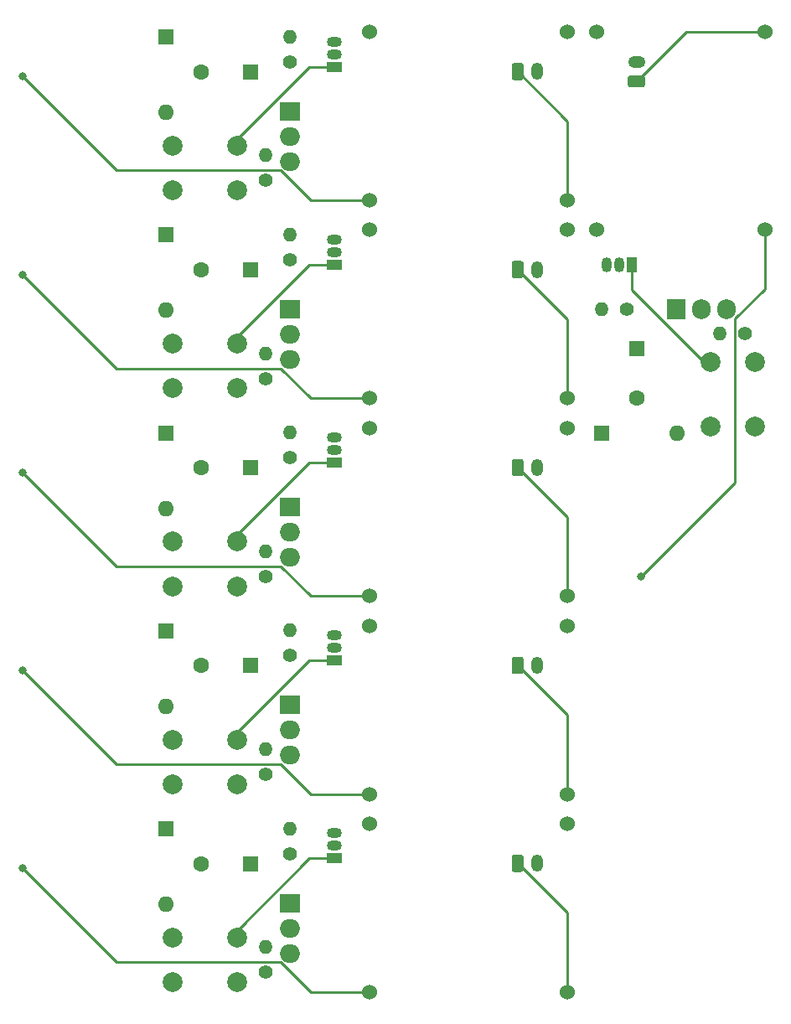
<source format=gbr>
%TF.GenerationSoftware,KiCad,Pcbnew,(5.1.9)-1*%
%TF.CreationDate,2021-03-22T15:53:48+01:00*%
%TF.ProjectId,DOORSENSOR_Enhanced_Multi,444f4f52-5345-44e5-934f-525f456e6861,rev?*%
%TF.SameCoordinates,Original*%
%TF.FileFunction,Copper,L2,Bot*%
%TF.FilePolarity,Positive*%
%FSLAX46Y46*%
G04 Gerber Fmt 4.6, Leading zero omitted, Abs format (unit mm)*
G04 Created by KiCad (PCBNEW (5.1.9)-1) date 2021-03-22 15:53:48*
%MOMM*%
%LPD*%
G01*
G04 APERTURE LIST*
%TA.AperFunction,ComponentPad*%
%ADD10R,1.050000X1.500000*%
%TD*%
%TA.AperFunction,ComponentPad*%
%ADD11O,1.050000X1.500000*%
%TD*%
%TA.AperFunction,ComponentPad*%
%ADD12O,1.750000X1.200000*%
%TD*%
%TA.AperFunction,ComponentPad*%
%ADD13C,1.524000*%
%TD*%
%TA.AperFunction,ComponentPad*%
%ADD14O,1.905000X2.000000*%
%TD*%
%TA.AperFunction,ComponentPad*%
%ADD15R,1.905000X2.000000*%
%TD*%
%TA.AperFunction,ComponentPad*%
%ADD16C,1.400000*%
%TD*%
%TA.AperFunction,ComponentPad*%
%ADD17O,1.400000X1.400000*%
%TD*%
%TA.AperFunction,ComponentPad*%
%ADD18R,1.600000X1.600000*%
%TD*%
%TA.AperFunction,ComponentPad*%
%ADD19C,1.600000*%
%TD*%
%TA.AperFunction,ComponentPad*%
%ADD20O,1.600000X1.600000*%
%TD*%
%TA.AperFunction,ComponentPad*%
%ADD21C,2.000000*%
%TD*%
%TA.AperFunction,ComponentPad*%
%ADD22O,1.200000X1.750000*%
%TD*%
%TA.AperFunction,ComponentPad*%
%ADD23O,2.000000X1.905000*%
%TD*%
%TA.AperFunction,ComponentPad*%
%ADD24R,2.000000X1.905000*%
%TD*%
%TA.AperFunction,ComponentPad*%
%ADD25O,1.500000X1.050000*%
%TD*%
%TA.AperFunction,ComponentPad*%
%ADD26R,1.500000X1.050000*%
%TD*%
%TA.AperFunction,ViaPad*%
%ADD27C,0.800000*%
%TD*%
%TA.AperFunction,Conductor*%
%ADD28C,0.250000*%
%TD*%
G04 APERTURE END LIST*
D10*
%TO.P,Q1,1*%
%TO.N,GND*%
X111500000Y-68000000D03*
D11*
%TO.P,Q1,3*%
%TO.N,Net-(Q1-Pad3)*%
X108960000Y-68000000D03*
%TO.P,Q1,2*%
%TO.N,Net-(Q1-Pad2)*%
X110230000Y-68000000D03*
%TD*%
%TO.P,J1,1*%
%TO.N,GND*%
%TA.AperFunction,ComponentPad*%
G36*
G01*
X112625001Y-50100000D02*
X111374999Y-50100000D01*
G75*
G02*
X111125000Y-49850001I0J249999D01*
G01*
X111125000Y-49149999D01*
G75*
G02*
X111374999Y-48900000I249999J0D01*
G01*
X112625001Y-48900000D01*
G75*
G02*
X112875000Y-49149999I0J-249999D01*
G01*
X112875000Y-49850001D01*
G75*
G02*
X112625001Y-50100000I-249999J0D01*
G01*
G37*
%TD.AperFunction*%
D12*
%TO.P,J1,2*%
%TO.N,+3V3*%
X112000000Y-47500000D03*
%TD*%
D13*
%TO.P,SW3,2*%
%TO.N,GND*%
X125000000Y-44500000D03*
%TO.P,SW3,1*%
%TO.N,Net-(SW3-Pad1)*%
X125000000Y-64500000D03*
%TD*%
D14*
%TO.P,Q2,3*%
%TO.N,+3V3*%
X121080000Y-72500000D03*
%TO.P,Q2,2*%
%TO.N,Net-(Q2-Pad2)*%
X118540000Y-72500000D03*
D15*
%TO.P,Q2,1*%
%TO.N,Net-(Q1-Pad3)*%
X116000000Y-72500000D03*
%TD*%
D16*
%TO.P,R1,1*%
%TO.N,Net-(Q1-Pad2)*%
X111000000Y-72500000D03*
D17*
%TO.P,R1,2*%
%TO.N,Net-(C1-Pad1)*%
X108460000Y-72500000D03*
%TD*%
D18*
%TO.P,C1,1*%
%TO.N,Net-(C1-Pad1)*%
X112015001Y-76500000D03*
D19*
%TO.P,C1,2*%
%TO.N,GND*%
X112015001Y-81500000D03*
%TD*%
D18*
%TO.P,D1,1*%
%TO.N,Net-(C1-Pad1)*%
X108500000Y-85000000D03*
D20*
%TO.P,D1,2*%
%TO.N,Net-(D1-Pad2)*%
X116120000Y-85000000D03*
%TD*%
D21*
%TO.P,SW2,2*%
%TO.N,GND*%
X119500000Y-77824999D03*
%TO.P,SW2,1*%
%TO.N,Net-(SW2-Pad1)*%
X124000000Y-77824999D03*
%TO.P,SW2,2*%
%TO.N,GND*%
X119500000Y-84324999D03*
%TO.P,SW2,1*%
%TO.N,Net-(SW2-Pad1)*%
X124000000Y-84324999D03*
%TD*%
D17*
%TO.P,R2,2*%
%TO.N,Net-(Q1-Pad3)*%
X120460000Y-75000000D03*
D16*
%TO.P,R2,1*%
%TO.N,+3V3*%
X123000000Y-75000000D03*
%TD*%
D21*
%TO.P,SW2,1*%
%TO.N,Net-(SW2-Pad1)*%
X124000000Y-84324999D03*
%TO.P,SW2,2*%
%TO.N,GND*%
X119500000Y-84324999D03*
%TO.P,SW2,1*%
%TO.N,Net-(SW2-Pad1)*%
X124000000Y-77824999D03*
%TO.P,SW2,2*%
%TO.N,GND*%
X119500000Y-77824999D03*
%TD*%
D13*
%TO.P,SW1,2*%
%TO.N,Net-(C1-Pad1)*%
X108000000Y-64500000D03*
%TO.P,SW1,1*%
%TO.N,+3V3*%
X108000000Y-44500000D03*
%TD*%
D16*
%TO.P,R2,1*%
%TO.N,+3V3*%
X123000000Y-75000000D03*
D17*
%TO.P,R2,2*%
%TO.N,Net-(Q1-Pad3)*%
X120460000Y-75000000D03*
%TD*%
D19*
%TO.P,C1,2*%
%TO.N,GND*%
X112015001Y-81500000D03*
D18*
%TO.P,C1,1*%
%TO.N,Net-(C1-Pad1)*%
X112015001Y-76500000D03*
%TD*%
D15*
%TO.P,Q2,1*%
%TO.N,Net-(Q1-Pad3)*%
X116000000Y-72500000D03*
D14*
%TO.P,Q2,2*%
%TO.N,Net-(Q2-Pad2)*%
X118540000Y-72500000D03*
%TO.P,Q2,3*%
%TO.N,+3V3*%
X121080000Y-72500000D03*
%TD*%
D12*
%TO.P,J1,2*%
%TO.N,+3V3*%
X112000000Y-47500000D03*
%TO.P,J1,1*%
%TO.N,GND*%
%TA.AperFunction,ComponentPad*%
G36*
G01*
X112625001Y-50100000D02*
X111374999Y-50100000D01*
G75*
G02*
X111125000Y-49850001I0J249999D01*
G01*
X111125000Y-49149999D01*
G75*
G02*
X111374999Y-48900000I249999J0D01*
G01*
X112625001Y-48900000D01*
G75*
G02*
X112875000Y-49149999I0J-249999D01*
G01*
X112875000Y-49850001D01*
G75*
G02*
X112625001Y-50100000I-249999J0D01*
G01*
G37*
%TD.AperFunction*%
%TD*%
D17*
%TO.P,R1,2*%
%TO.N,Net-(C1-Pad1)*%
X108460000Y-72500000D03*
D16*
%TO.P,R1,1*%
%TO.N,Net-(Q1-Pad2)*%
X111000000Y-72500000D03*
%TD*%
D20*
%TO.P,D1,2*%
%TO.N,Net-(D1-Pad2)*%
X116120000Y-85000000D03*
D18*
%TO.P,D1,1*%
%TO.N,Net-(C1-Pad1)*%
X108500000Y-85000000D03*
%TD*%
D11*
%TO.P,Q1,2*%
%TO.N,Net-(Q1-Pad2)*%
X110230000Y-68000000D03*
%TO.P,Q1,3*%
%TO.N,Net-(Q1-Pad3)*%
X108960000Y-68000000D03*
D10*
%TO.P,Q1,1*%
%TO.N,GND*%
X111500000Y-68000000D03*
%TD*%
D13*
%TO.P,SW3,1*%
%TO.N,Net-(SW3-Pad1)*%
X125000000Y-64500000D03*
%TO.P,SW3,2*%
%TO.N,GND*%
X125000000Y-44500000D03*
%TD*%
D22*
%TO.P,J1,2*%
%TO.N,+3V3*%
X102000000Y-128500000D03*
%TO.P,J1,1*%
%TO.N,GND*%
%TA.AperFunction,ComponentPad*%
G36*
G01*
X99400000Y-129125001D02*
X99400000Y-127874999D01*
G75*
G02*
X99649999Y-127625000I249999J0D01*
G01*
X100350001Y-127625000D01*
G75*
G02*
X100600000Y-127874999I0J-249999D01*
G01*
X100600000Y-129125001D01*
G75*
G02*
X100350001Y-129375000I-249999J0D01*
G01*
X99649999Y-129375000D01*
G75*
G02*
X99400000Y-129125001I0J249999D01*
G01*
G37*
%TD.AperFunction*%
%TD*%
D21*
%TO.P,SW2,2*%
%TO.N,GND*%
X71675001Y-136000000D03*
%TO.P,SW2,1*%
%TO.N,Net-(SW2-Pad1)*%
X71675001Y-140500000D03*
%TO.P,SW2,2*%
%TO.N,GND*%
X65175001Y-136000000D03*
%TO.P,SW2,1*%
%TO.N,Net-(SW2-Pad1)*%
X65175001Y-140500000D03*
%TD*%
D23*
%TO.P,Q2,3*%
%TO.N,+3V3*%
X77000000Y-137580000D03*
%TO.P,Q2,2*%
%TO.N,Net-(Q2-Pad2)*%
X77000000Y-135040000D03*
D24*
%TO.P,Q2,1*%
%TO.N,Net-(Q1-Pad3)*%
X77000000Y-132500000D03*
%TD*%
D13*
%TO.P,SW1,1*%
%TO.N,+3V3*%
X105000000Y-124500000D03*
%TO.P,SW1,2*%
%TO.N,Net-(C1-Pad1)*%
X85000000Y-124500000D03*
%TD*%
D25*
%TO.P,Q1,2*%
%TO.N,Net-(Q1-Pad2)*%
X81500000Y-126730000D03*
%TO.P,Q1,3*%
%TO.N,Net-(Q1-Pad3)*%
X81500000Y-125460000D03*
D26*
%TO.P,Q1,1*%
%TO.N,GND*%
X81500000Y-128000000D03*
%TD*%
D17*
%TO.P,R2,2*%
%TO.N,Net-(Q1-Pad3)*%
X74500000Y-136960000D03*
D16*
%TO.P,R2,1*%
%TO.N,+3V3*%
X74500000Y-139500000D03*
%TD*%
%TO.P,R2,1*%
%TO.N,+3V3*%
X74500000Y-139500000D03*
D17*
%TO.P,R2,2*%
%TO.N,Net-(Q1-Pad3)*%
X74500000Y-136960000D03*
%TD*%
D19*
%TO.P,C1,2*%
%TO.N,GND*%
X68000000Y-128515001D03*
D18*
%TO.P,C1,1*%
%TO.N,Net-(C1-Pad1)*%
X73000000Y-128515001D03*
%TD*%
D21*
%TO.P,SW2,1*%
%TO.N,Net-(SW2-Pad1)*%
X65175001Y-140500000D03*
%TO.P,SW2,2*%
%TO.N,GND*%
X65175001Y-136000000D03*
%TO.P,SW2,1*%
%TO.N,Net-(SW2-Pad1)*%
X71675001Y-140500000D03*
%TO.P,SW2,2*%
%TO.N,GND*%
X71675001Y-136000000D03*
%TD*%
D13*
%TO.P,SW3,1*%
%TO.N,Net-(SW3-Pad1)*%
X85000000Y-141500000D03*
%TO.P,SW3,2*%
%TO.N,GND*%
X105000000Y-141500000D03*
%TD*%
D18*
%TO.P,C1,1*%
%TO.N,Net-(C1-Pad1)*%
X73000000Y-128515001D03*
D19*
%TO.P,C1,2*%
%TO.N,GND*%
X68000000Y-128515001D03*
%TD*%
D26*
%TO.P,Q1,1*%
%TO.N,GND*%
X81500000Y-128000000D03*
D25*
%TO.P,Q1,3*%
%TO.N,Net-(Q1-Pad3)*%
X81500000Y-125460000D03*
%TO.P,Q1,2*%
%TO.N,Net-(Q1-Pad2)*%
X81500000Y-126730000D03*
%TD*%
D24*
%TO.P,Q2,1*%
%TO.N,Net-(Q1-Pad3)*%
X77000000Y-132500000D03*
D23*
%TO.P,Q2,2*%
%TO.N,Net-(Q2-Pad2)*%
X77000000Y-135040000D03*
%TO.P,Q2,3*%
%TO.N,+3V3*%
X77000000Y-137580000D03*
%TD*%
D20*
%TO.P,D1,2*%
%TO.N,Net-(D1-Pad2)*%
X64500000Y-132620000D03*
D18*
%TO.P,D1,1*%
%TO.N,Net-(C1-Pad1)*%
X64500000Y-125000000D03*
%TD*%
D17*
%TO.P,R1,2*%
%TO.N,Net-(C1-Pad1)*%
X77000000Y-124960000D03*
D16*
%TO.P,R1,1*%
%TO.N,Net-(Q1-Pad2)*%
X77000000Y-127500000D03*
%TD*%
D18*
%TO.P,D1,1*%
%TO.N,Net-(C1-Pad1)*%
X64500000Y-125000000D03*
D20*
%TO.P,D1,2*%
%TO.N,Net-(D1-Pad2)*%
X64500000Y-132620000D03*
%TD*%
D16*
%TO.P,R1,1*%
%TO.N,Net-(Q1-Pad2)*%
X77000000Y-127500000D03*
D17*
%TO.P,R1,2*%
%TO.N,Net-(C1-Pad1)*%
X77000000Y-124960000D03*
%TD*%
D13*
%TO.P,SW3,2*%
%TO.N,GND*%
X105000000Y-141500000D03*
%TO.P,SW3,1*%
%TO.N,Net-(SW3-Pad1)*%
X85000000Y-141500000D03*
%TD*%
%TO.P,J1,1*%
%TO.N,GND*%
%TA.AperFunction,ComponentPad*%
G36*
G01*
X99400000Y-129125001D02*
X99400000Y-127874999D01*
G75*
G02*
X99649999Y-127625000I249999J0D01*
G01*
X100350001Y-127625000D01*
G75*
G02*
X100600000Y-127874999I0J-249999D01*
G01*
X100600000Y-129125001D01*
G75*
G02*
X100350001Y-129375000I-249999J0D01*
G01*
X99649999Y-129375000D01*
G75*
G02*
X99400000Y-129125001I0J249999D01*
G01*
G37*
%TD.AperFunction*%
D22*
%TO.P,J1,2*%
%TO.N,+3V3*%
X102000000Y-128500000D03*
%TD*%
D16*
%TO.P,R2,1*%
%TO.N,+3V3*%
X74500000Y-119500000D03*
D17*
%TO.P,R2,2*%
%TO.N,Net-(Q1-Pad3)*%
X74500000Y-116960000D03*
%TD*%
D19*
%TO.P,C1,2*%
%TO.N,GND*%
X68000000Y-108515001D03*
D18*
%TO.P,C1,1*%
%TO.N,Net-(C1-Pad1)*%
X73000000Y-108515001D03*
%TD*%
%TO.P,C1,1*%
%TO.N,Net-(C1-Pad1)*%
X73000000Y-108515001D03*
D19*
%TO.P,C1,2*%
%TO.N,GND*%
X68000000Y-108515001D03*
%TD*%
D17*
%TO.P,R2,2*%
%TO.N,Net-(Q1-Pad3)*%
X74500000Y-116960000D03*
D16*
%TO.P,R2,1*%
%TO.N,+3V3*%
X74500000Y-119500000D03*
%TD*%
D21*
%TO.P,SW2,1*%
%TO.N,Net-(SW2-Pad1)*%
X65175001Y-120500000D03*
%TO.P,SW2,2*%
%TO.N,GND*%
X65175001Y-116000000D03*
%TO.P,SW2,1*%
%TO.N,Net-(SW2-Pad1)*%
X71675001Y-120500000D03*
%TO.P,SW2,2*%
%TO.N,GND*%
X71675001Y-116000000D03*
%TD*%
D24*
%TO.P,Q2,1*%
%TO.N,Net-(Q1-Pad3)*%
X77000000Y-112500000D03*
D23*
%TO.P,Q2,2*%
%TO.N,Net-(Q2-Pad2)*%
X77000000Y-115040000D03*
%TO.P,Q2,3*%
%TO.N,+3V3*%
X77000000Y-117580000D03*
%TD*%
D21*
%TO.P,SW2,2*%
%TO.N,GND*%
X71675001Y-116000000D03*
%TO.P,SW2,1*%
%TO.N,Net-(SW2-Pad1)*%
X71675001Y-120500000D03*
%TO.P,SW2,2*%
%TO.N,GND*%
X65175001Y-116000000D03*
%TO.P,SW2,1*%
%TO.N,Net-(SW2-Pad1)*%
X65175001Y-120500000D03*
%TD*%
D13*
%TO.P,SW1,2*%
%TO.N,Net-(C1-Pad1)*%
X85000000Y-104500000D03*
%TO.P,SW1,1*%
%TO.N,+3V3*%
X105000000Y-104500000D03*
%TD*%
%TO.P,SW3,2*%
%TO.N,GND*%
X105000000Y-121500000D03*
%TO.P,SW3,1*%
%TO.N,Net-(SW3-Pad1)*%
X85000000Y-121500000D03*
%TD*%
%TO.P,J1,1*%
%TO.N,GND*%
%TA.AperFunction,ComponentPad*%
G36*
G01*
X99400000Y-109125001D02*
X99400000Y-107874999D01*
G75*
G02*
X99649999Y-107625000I249999J0D01*
G01*
X100350001Y-107625000D01*
G75*
G02*
X100600000Y-107874999I0J-249999D01*
G01*
X100600000Y-109125001D01*
G75*
G02*
X100350001Y-109375000I-249999J0D01*
G01*
X99649999Y-109375000D01*
G75*
G02*
X99400000Y-109125001I0J249999D01*
G01*
G37*
%TD.AperFunction*%
D22*
%TO.P,J1,2*%
%TO.N,+3V3*%
X102000000Y-108500000D03*
%TD*%
D26*
%TO.P,Q1,1*%
%TO.N,GND*%
X81500000Y-108000000D03*
D25*
%TO.P,Q1,3*%
%TO.N,Net-(Q1-Pad3)*%
X81500000Y-105460000D03*
%TO.P,Q1,2*%
%TO.N,Net-(Q1-Pad2)*%
X81500000Y-106730000D03*
%TD*%
D20*
%TO.P,D1,2*%
%TO.N,Net-(D1-Pad2)*%
X64500000Y-112620000D03*
D18*
%TO.P,D1,1*%
%TO.N,Net-(C1-Pad1)*%
X64500000Y-105000000D03*
%TD*%
D25*
%TO.P,Q1,2*%
%TO.N,Net-(Q1-Pad2)*%
X81500000Y-106730000D03*
%TO.P,Q1,3*%
%TO.N,Net-(Q1-Pad3)*%
X81500000Y-105460000D03*
D26*
%TO.P,Q1,1*%
%TO.N,GND*%
X81500000Y-108000000D03*
%TD*%
D13*
%TO.P,SW3,1*%
%TO.N,Net-(SW3-Pad1)*%
X85000000Y-121500000D03*
%TO.P,SW3,2*%
%TO.N,GND*%
X105000000Y-121500000D03*
%TD*%
D17*
%TO.P,R1,2*%
%TO.N,Net-(C1-Pad1)*%
X77000000Y-104960000D03*
D16*
%TO.P,R1,1*%
%TO.N,Net-(Q1-Pad2)*%
X77000000Y-107500000D03*
%TD*%
D22*
%TO.P,J1,2*%
%TO.N,+3V3*%
X102000000Y-108500000D03*
%TO.P,J1,1*%
%TO.N,GND*%
%TA.AperFunction,ComponentPad*%
G36*
G01*
X99400000Y-109125001D02*
X99400000Y-107874999D01*
G75*
G02*
X99649999Y-107625000I249999J0D01*
G01*
X100350001Y-107625000D01*
G75*
G02*
X100600000Y-107874999I0J-249999D01*
G01*
X100600000Y-109125001D01*
G75*
G02*
X100350001Y-109375000I-249999J0D01*
G01*
X99649999Y-109375000D01*
G75*
G02*
X99400000Y-109125001I0J249999D01*
G01*
G37*
%TD.AperFunction*%
%TD*%
D23*
%TO.P,Q2,3*%
%TO.N,+3V3*%
X77000000Y-117580000D03*
%TO.P,Q2,2*%
%TO.N,Net-(Q2-Pad2)*%
X77000000Y-115040000D03*
D24*
%TO.P,Q2,1*%
%TO.N,Net-(Q1-Pad3)*%
X77000000Y-112500000D03*
%TD*%
D16*
%TO.P,R1,1*%
%TO.N,Net-(Q1-Pad2)*%
X77000000Y-107500000D03*
D17*
%TO.P,R1,2*%
%TO.N,Net-(C1-Pad1)*%
X77000000Y-104960000D03*
%TD*%
D18*
%TO.P,D1,1*%
%TO.N,Net-(C1-Pad1)*%
X64500000Y-105000000D03*
D20*
%TO.P,D1,2*%
%TO.N,Net-(D1-Pad2)*%
X64500000Y-112620000D03*
%TD*%
D25*
%TO.P,Q1,2*%
%TO.N,Net-(Q1-Pad2)*%
X81500000Y-86730000D03*
%TO.P,Q1,3*%
%TO.N,Net-(Q1-Pad3)*%
X81500000Y-85460000D03*
D26*
%TO.P,Q1,1*%
%TO.N,GND*%
X81500000Y-88000000D03*
%TD*%
D18*
%TO.P,D1,1*%
%TO.N,Net-(C1-Pad1)*%
X64500000Y-85000000D03*
D20*
%TO.P,D1,2*%
%TO.N,Net-(D1-Pad2)*%
X64500000Y-92620000D03*
%TD*%
D26*
%TO.P,Q1,1*%
%TO.N,GND*%
X81500000Y-88000000D03*
D25*
%TO.P,Q1,3*%
%TO.N,Net-(Q1-Pad3)*%
X81500000Y-85460000D03*
%TO.P,Q1,2*%
%TO.N,Net-(Q1-Pad2)*%
X81500000Y-86730000D03*
%TD*%
D13*
%TO.P,SW3,2*%
%TO.N,GND*%
X105000000Y-101500000D03*
%TO.P,SW3,1*%
%TO.N,Net-(SW3-Pad1)*%
X85000000Y-101500000D03*
%TD*%
D22*
%TO.P,J1,2*%
%TO.N,+3V3*%
X102000000Y-88500000D03*
%TO.P,J1,1*%
%TO.N,GND*%
%TA.AperFunction,ComponentPad*%
G36*
G01*
X99400000Y-89125001D02*
X99400000Y-87874999D01*
G75*
G02*
X99649999Y-87625000I249999J0D01*
G01*
X100350001Y-87625000D01*
G75*
G02*
X100600000Y-87874999I0J-249999D01*
G01*
X100600000Y-89125001D01*
G75*
G02*
X100350001Y-89375000I-249999J0D01*
G01*
X99649999Y-89375000D01*
G75*
G02*
X99400000Y-89125001I0J249999D01*
G01*
G37*
%TD.AperFunction*%
%TD*%
%TO.P,J1,1*%
%TO.N,GND*%
%TA.AperFunction,ComponentPad*%
G36*
G01*
X99400000Y-89125001D02*
X99400000Y-87874999D01*
G75*
G02*
X99649999Y-87625000I249999J0D01*
G01*
X100350001Y-87625000D01*
G75*
G02*
X100600000Y-87874999I0J-249999D01*
G01*
X100600000Y-89125001D01*
G75*
G02*
X100350001Y-89375000I-249999J0D01*
G01*
X99649999Y-89375000D01*
G75*
G02*
X99400000Y-89125001I0J249999D01*
G01*
G37*
%TD.AperFunction*%
%TO.P,J1,2*%
%TO.N,+3V3*%
X102000000Y-88500000D03*
%TD*%
D24*
%TO.P,Q2,1*%
%TO.N,Net-(Q1-Pad3)*%
X77000000Y-92500000D03*
D23*
%TO.P,Q2,2*%
%TO.N,Net-(Q2-Pad2)*%
X77000000Y-95040000D03*
%TO.P,Q2,3*%
%TO.N,+3V3*%
X77000000Y-97580000D03*
%TD*%
D17*
%TO.P,R1,2*%
%TO.N,Net-(C1-Pad1)*%
X77000000Y-84960000D03*
D16*
%TO.P,R1,1*%
%TO.N,Net-(Q1-Pad2)*%
X77000000Y-87500000D03*
%TD*%
%TO.P,R1,1*%
%TO.N,Net-(Q1-Pad2)*%
X77000000Y-87500000D03*
D17*
%TO.P,R1,2*%
%TO.N,Net-(C1-Pad1)*%
X77000000Y-84960000D03*
%TD*%
D20*
%TO.P,D1,2*%
%TO.N,Net-(D1-Pad2)*%
X64500000Y-92620000D03*
D18*
%TO.P,D1,1*%
%TO.N,Net-(C1-Pad1)*%
X64500000Y-85000000D03*
%TD*%
%TO.P,C1,1*%
%TO.N,Net-(C1-Pad1)*%
X73000000Y-88515001D03*
D19*
%TO.P,C1,2*%
%TO.N,GND*%
X68000000Y-88515001D03*
%TD*%
D21*
%TO.P,SW2,2*%
%TO.N,GND*%
X71675001Y-96000000D03*
%TO.P,SW2,1*%
%TO.N,Net-(SW2-Pad1)*%
X71675001Y-100500000D03*
%TO.P,SW2,2*%
%TO.N,GND*%
X65175001Y-96000000D03*
%TO.P,SW2,1*%
%TO.N,Net-(SW2-Pad1)*%
X65175001Y-100500000D03*
%TD*%
D19*
%TO.P,C1,2*%
%TO.N,GND*%
X68000000Y-88515001D03*
D18*
%TO.P,C1,1*%
%TO.N,Net-(C1-Pad1)*%
X73000000Y-88515001D03*
%TD*%
D16*
%TO.P,R2,1*%
%TO.N,+3V3*%
X74500000Y-99500000D03*
D17*
%TO.P,R2,2*%
%TO.N,Net-(Q1-Pad3)*%
X74500000Y-96960000D03*
%TD*%
%TO.P,R2,2*%
%TO.N,Net-(Q1-Pad3)*%
X74500000Y-96960000D03*
D16*
%TO.P,R2,1*%
%TO.N,+3V3*%
X74500000Y-99500000D03*
%TD*%
D13*
%TO.P,SW1,1*%
%TO.N,+3V3*%
X105000000Y-84500000D03*
%TO.P,SW1,2*%
%TO.N,Net-(C1-Pad1)*%
X85000000Y-84500000D03*
%TD*%
%TO.P,SW3,1*%
%TO.N,Net-(SW3-Pad1)*%
X85000000Y-101500000D03*
%TO.P,SW3,2*%
%TO.N,GND*%
X105000000Y-101500000D03*
%TD*%
D23*
%TO.P,Q2,3*%
%TO.N,+3V3*%
X77000000Y-97580000D03*
%TO.P,Q2,2*%
%TO.N,Net-(Q2-Pad2)*%
X77000000Y-95040000D03*
D24*
%TO.P,Q2,1*%
%TO.N,Net-(Q1-Pad3)*%
X77000000Y-92500000D03*
%TD*%
D21*
%TO.P,SW2,1*%
%TO.N,Net-(SW2-Pad1)*%
X65175001Y-100500000D03*
%TO.P,SW2,2*%
%TO.N,GND*%
X65175001Y-96000000D03*
%TO.P,SW2,1*%
%TO.N,Net-(SW2-Pad1)*%
X71675001Y-100500000D03*
%TO.P,SW2,2*%
%TO.N,GND*%
X71675001Y-96000000D03*
%TD*%
D26*
%TO.P,Q1,1*%
%TO.N,GND*%
X81500000Y-68000000D03*
D25*
%TO.P,Q1,3*%
%TO.N,Net-(Q1-Pad3)*%
X81500000Y-65460000D03*
%TO.P,Q1,2*%
%TO.N,Net-(Q1-Pad2)*%
X81500000Y-66730000D03*
%TD*%
%TO.P,J1,1*%
%TO.N,GND*%
%TA.AperFunction,ComponentPad*%
G36*
G01*
X99400000Y-69125001D02*
X99400000Y-67874999D01*
G75*
G02*
X99649999Y-67625000I249999J0D01*
G01*
X100350001Y-67625000D01*
G75*
G02*
X100600000Y-67874999I0J-249999D01*
G01*
X100600000Y-69125001D01*
G75*
G02*
X100350001Y-69375000I-249999J0D01*
G01*
X99649999Y-69375000D01*
G75*
G02*
X99400000Y-69125001I0J249999D01*
G01*
G37*
%TD.AperFunction*%
D22*
%TO.P,J1,2*%
%TO.N,+3V3*%
X102000000Y-68500000D03*
%TD*%
D13*
%TO.P,SW3,2*%
%TO.N,GND*%
X105000000Y-81500000D03*
%TO.P,SW3,1*%
%TO.N,Net-(SW3-Pad1)*%
X85000000Y-81500000D03*
%TD*%
D23*
%TO.P,Q2,3*%
%TO.N,+3V3*%
X77000000Y-77580000D03*
%TO.P,Q2,2*%
%TO.N,Net-(Q2-Pad2)*%
X77000000Y-75040000D03*
D24*
%TO.P,Q2,1*%
%TO.N,Net-(Q1-Pad3)*%
X77000000Y-72500000D03*
%TD*%
D16*
%TO.P,R1,1*%
%TO.N,Net-(Q1-Pad2)*%
X77000000Y-67500000D03*
D17*
%TO.P,R1,2*%
%TO.N,Net-(C1-Pad1)*%
X77000000Y-64960000D03*
%TD*%
D18*
%TO.P,C1,1*%
%TO.N,Net-(C1-Pad1)*%
X73000000Y-68515001D03*
D19*
%TO.P,C1,2*%
%TO.N,GND*%
X68000000Y-68515001D03*
%TD*%
D18*
%TO.P,D1,1*%
%TO.N,Net-(C1-Pad1)*%
X64500000Y-65000000D03*
D20*
%TO.P,D1,2*%
%TO.N,Net-(D1-Pad2)*%
X64500000Y-72620000D03*
%TD*%
D21*
%TO.P,SW2,2*%
%TO.N,GND*%
X71675001Y-76000000D03*
%TO.P,SW2,1*%
%TO.N,Net-(SW2-Pad1)*%
X71675001Y-80500000D03*
%TO.P,SW2,2*%
%TO.N,GND*%
X65175001Y-76000000D03*
%TO.P,SW2,1*%
%TO.N,Net-(SW2-Pad1)*%
X65175001Y-80500000D03*
%TD*%
D17*
%TO.P,R2,2*%
%TO.N,Net-(Q1-Pad3)*%
X74500000Y-76960000D03*
D16*
%TO.P,R2,1*%
%TO.N,+3V3*%
X74500000Y-79500000D03*
%TD*%
D21*
%TO.P,SW2,1*%
%TO.N,Net-(SW2-Pad1)*%
X65175001Y-80500000D03*
%TO.P,SW2,2*%
%TO.N,GND*%
X65175001Y-76000000D03*
%TO.P,SW2,1*%
%TO.N,Net-(SW2-Pad1)*%
X71675001Y-80500000D03*
%TO.P,SW2,2*%
%TO.N,GND*%
X71675001Y-76000000D03*
%TD*%
D13*
%TO.P,SW1,2*%
%TO.N,Net-(C1-Pad1)*%
X85000000Y-64500000D03*
%TO.P,SW1,1*%
%TO.N,+3V3*%
X105000000Y-64500000D03*
%TD*%
D16*
%TO.P,R2,1*%
%TO.N,+3V3*%
X74500000Y-79500000D03*
D17*
%TO.P,R2,2*%
%TO.N,Net-(Q1-Pad3)*%
X74500000Y-76960000D03*
%TD*%
D19*
%TO.P,C1,2*%
%TO.N,GND*%
X68000000Y-68515001D03*
D18*
%TO.P,C1,1*%
%TO.N,Net-(C1-Pad1)*%
X73000000Y-68515001D03*
%TD*%
D24*
%TO.P,Q2,1*%
%TO.N,Net-(Q1-Pad3)*%
X77000000Y-72500000D03*
D23*
%TO.P,Q2,2*%
%TO.N,Net-(Q2-Pad2)*%
X77000000Y-75040000D03*
%TO.P,Q2,3*%
%TO.N,+3V3*%
X77000000Y-77580000D03*
%TD*%
D22*
%TO.P,J1,2*%
%TO.N,+3V3*%
X102000000Y-68500000D03*
%TO.P,J1,1*%
%TO.N,GND*%
%TA.AperFunction,ComponentPad*%
G36*
G01*
X99400000Y-69125001D02*
X99400000Y-67874999D01*
G75*
G02*
X99649999Y-67625000I249999J0D01*
G01*
X100350001Y-67625000D01*
G75*
G02*
X100600000Y-67874999I0J-249999D01*
G01*
X100600000Y-69125001D01*
G75*
G02*
X100350001Y-69375000I-249999J0D01*
G01*
X99649999Y-69375000D01*
G75*
G02*
X99400000Y-69125001I0J249999D01*
G01*
G37*
%TD.AperFunction*%
%TD*%
D17*
%TO.P,R1,2*%
%TO.N,Net-(C1-Pad1)*%
X77000000Y-64960000D03*
D16*
%TO.P,R1,1*%
%TO.N,Net-(Q1-Pad2)*%
X77000000Y-67500000D03*
%TD*%
D20*
%TO.P,D1,2*%
%TO.N,Net-(D1-Pad2)*%
X64500000Y-72620000D03*
D18*
%TO.P,D1,1*%
%TO.N,Net-(C1-Pad1)*%
X64500000Y-65000000D03*
%TD*%
D25*
%TO.P,Q1,2*%
%TO.N,Net-(Q1-Pad2)*%
X81500000Y-66730000D03*
%TO.P,Q1,3*%
%TO.N,Net-(Q1-Pad3)*%
X81500000Y-65460000D03*
D26*
%TO.P,Q1,1*%
%TO.N,GND*%
X81500000Y-68000000D03*
%TD*%
D13*
%TO.P,SW3,1*%
%TO.N,Net-(SW3-Pad1)*%
X85000000Y-81500000D03*
%TO.P,SW3,2*%
%TO.N,GND*%
X105000000Y-81500000D03*
%TD*%
D21*
%TO.P,SW2,1*%
%TO.N,Net-(SW2-Pad1)*%
X65175001Y-60500000D03*
%TO.P,SW2,2*%
%TO.N,GND*%
X65175001Y-56000000D03*
%TO.P,SW2,1*%
%TO.N,Net-(SW2-Pad1)*%
X71675001Y-60500000D03*
%TO.P,SW2,2*%
%TO.N,GND*%
X71675001Y-56000000D03*
%TD*%
D16*
%TO.P,R2,1*%
%TO.N,+3V3*%
X74500000Y-59500000D03*
D17*
%TO.P,R2,2*%
%TO.N,Net-(Q1-Pad3)*%
X74500000Y-56960000D03*
%TD*%
D19*
%TO.P,C1,2*%
%TO.N,GND*%
X68000000Y-48515001D03*
D18*
%TO.P,C1,1*%
%TO.N,Net-(C1-Pad1)*%
X73000000Y-48515001D03*
%TD*%
D24*
%TO.P,Q2,1*%
%TO.N,Net-(Q1-Pad3)*%
X77000000Y-52500000D03*
D23*
%TO.P,Q2,2*%
%TO.N,Net-(Q2-Pad2)*%
X77000000Y-55040000D03*
%TO.P,Q2,3*%
%TO.N,+3V3*%
X77000000Y-57580000D03*
%TD*%
D22*
%TO.P,J1,2*%
%TO.N,+3V3*%
X102000000Y-48500000D03*
%TO.P,J1,1*%
%TO.N,GND*%
%TA.AperFunction,ComponentPad*%
G36*
G01*
X99400000Y-49125001D02*
X99400000Y-47874999D01*
G75*
G02*
X99649999Y-47625000I249999J0D01*
G01*
X100350001Y-47625000D01*
G75*
G02*
X100600000Y-47874999I0J-249999D01*
G01*
X100600000Y-49125001D01*
G75*
G02*
X100350001Y-49375000I-249999J0D01*
G01*
X99649999Y-49375000D01*
G75*
G02*
X99400000Y-49125001I0J249999D01*
G01*
G37*
%TD.AperFunction*%
%TD*%
D17*
%TO.P,R1,2*%
%TO.N,Net-(C1-Pad1)*%
X77000000Y-44960000D03*
D16*
%TO.P,R1,1*%
%TO.N,Net-(Q1-Pad2)*%
X77000000Y-47500000D03*
%TD*%
D20*
%TO.P,D1,2*%
%TO.N,Net-(D1-Pad2)*%
X64500000Y-52620000D03*
D18*
%TO.P,D1,1*%
%TO.N,Net-(C1-Pad1)*%
X64500000Y-45000000D03*
%TD*%
D25*
%TO.P,Q1,2*%
%TO.N,Net-(Q1-Pad2)*%
X81500000Y-46730000D03*
%TO.P,Q1,3*%
%TO.N,Net-(Q1-Pad3)*%
X81500000Y-45460000D03*
D26*
%TO.P,Q1,1*%
%TO.N,GND*%
X81500000Y-48000000D03*
%TD*%
D13*
%TO.P,SW3,1*%
%TO.N,Net-(SW3-Pad1)*%
X85000000Y-61500000D03*
%TO.P,SW3,2*%
%TO.N,GND*%
X105000000Y-61500000D03*
%TD*%
D26*
%TO.P,Q1,1*%
%TO.N,GND*%
X81500000Y-48000000D03*
D25*
%TO.P,Q1,3*%
%TO.N,Net-(Q1-Pad3)*%
X81500000Y-45460000D03*
%TO.P,Q1,2*%
%TO.N,Net-(Q1-Pad2)*%
X81500000Y-46730000D03*
%TD*%
D23*
%TO.P,Q2,3*%
%TO.N,+3V3*%
X77000000Y-57580000D03*
%TO.P,Q2,2*%
%TO.N,Net-(Q2-Pad2)*%
X77000000Y-55040000D03*
D24*
%TO.P,Q2,1*%
%TO.N,Net-(Q1-Pad3)*%
X77000000Y-52500000D03*
%TD*%
D18*
%TO.P,C1,1*%
%TO.N,Net-(C1-Pad1)*%
X73000000Y-48515001D03*
D19*
%TO.P,C1,2*%
%TO.N,GND*%
X68000000Y-48515001D03*
%TD*%
D18*
%TO.P,D1,1*%
%TO.N,Net-(C1-Pad1)*%
X64500000Y-45000000D03*
D20*
%TO.P,D1,2*%
%TO.N,Net-(D1-Pad2)*%
X64500000Y-52620000D03*
%TD*%
%TO.P,J1,1*%
%TO.N,GND*%
%TA.AperFunction,ComponentPad*%
G36*
G01*
X99400000Y-49125001D02*
X99400000Y-47874999D01*
G75*
G02*
X99649999Y-47625000I249999J0D01*
G01*
X100350001Y-47625000D01*
G75*
G02*
X100600000Y-47874999I0J-249999D01*
G01*
X100600000Y-49125001D01*
G75*
G02*
X100350001Y-49375000I-249999J0D01*
G01*
X99649999Y-49375000D01*
G75*
G02*
X99400000Y-49125001I0J249999D01*
G01*
G37*
%TD.AperFunction*%
D22*
%TO.P,J1,2*%
%TO.N,+3V3*%
X102000000Y-48500000D03*
%TD*%
D16*
%TO.P,R1,1*%
%TO.N,Net-(Q1-Pad2)*%
X77000000Y-47500000D03*
D17*
%TO.P,R1,2*%
%TO.N,Net-(C1-Pad1)*%
X77000000Y-44960000D03*
%TD*%
%TO.P,R2,2*%
%TO.N,Net-(Q1-Pad3)*%
X74500000Y-56960000D03*
D16*
%TO.P,R2,1*%
%TO.N,+3V3*%
X74500000Y-59500000D03*
%TD*%
D13*
%TO.P,SW1,1*%
%TO.N,+3V3*%
X105000000Y-44500000D03*
%TO.P,SW1,2*%
%TO.N,Net-(C1-Pad1)*%
X85000000Y-44500000D03*
%TD*%
D21*
%TO.P,SW2,2*%
%TO.N,GND*%
X71675001Y-56000000D03*
%TO.P,SW2,1*%
%TO.N,Net-(SW2-Pad1)*%
X71675001Y-60500000D03*
%TO.P,SW2,2*%
%TO.N,GND*%
X65175001Y-56000000D03*
%TO.P,SW2,1*%
%TO.N,Net-(SW2-Pad1)*%
X65175001Y-60500000D03*
%TD*%
D13*
%TO.P,SW3,2*%
%TO.N,GND*%
X105000000Y-61500000D03*
%TO.P,SW3,1*%
%TO.N,Net-(SW3-Pad1)*%
X85000000Y-61500000D03*
%TD*%
D27*
%TO.N,Net-(SW3-Pad1)*%
X50000000Y-49000000D03*
X50000000Y-49000000D03*
X50000000Y-69000000D03*
X50000000Y-69000000D03*
X50000000Y-89000000D03*
X50000000Y-89000000D03*
X50000000Y-109000000D03*
X50000000Y-109000000D03*
X50000000Y-129000000D03*
X50000000Y-129000000D03*
X112500000Y-99500000D03*
X112500000Y-99500000D03*
%TD*%
D28*
%TO.N,GND*%
X71675001Y-55287497D02*
X71675001Y-56000000D01*
X78962498Y-48000000D02*
X71675001Y-55287497D01*
X81500000Y-48000000D02*
X78962498Y-48000000D01*
X105000000Y-53500000D02*
X100000000Y-48500000D01*
X105000000Y-61500000D02*
X105000000Y-53500000D01*
X81500000Y-48000000D02*
X78962498Y-48000000D01*
X78962498Y-48000000D02*
X71675001Y-55287497D01*
X105000000Y-53500000D02*
X100000000Y-48500000D01*
X105000000Y-61500000D02*
X105000000Y-53500000D01*
X71675001Y-55287497D02*
X71675001Y-56000000D01*
X81500000Y-68000000D02*
X78962498Y-68000000D01*
X78962498Y-68000000D02*
X71675001Y-75287497D01*
X105000000Y-73500000D02*
X100000000Y-68500000D01*
X105000000Y-81500000D02*
X105000000Y-73500000D01*
X71675001Y-75287497D02*
X71675001Y-76000000D01*
X81500000Y-68000000D02*
X78962498Y-68000000D01*
X78962498Y-68000000D02*
X71675001Y-75287497D01*
X105000000Y-81500000D02*
X105000000Y-73500000D01*
X71675001Y-75287497D02*
X71675001Y-76000000D01*
X105000000Y-73500000D02*
X100000000Y-68500000D01*
X81500000Y-88000000D02*
X78962498Y-88000000D01*
X78962498Y-88000000D02*
X71675001Y-95287497D01*
X71675001Y-95287497D02*
X71675001Y-96000000D01*
X105000000Y-101500000D02*
X105000000Y-93500000D01*
X105000000Y-93500000D02*
X100000000Y-88500000D01*
X78962498Y-88000000D02*
X71675001Y-95287497D01*
X81500000Y-88000000D02*
X78962498Y-88000000D01*
X105000000Y-93500000D02*
X100000000Y-88500000D01*
X71675001Y-95287497D02*
X71675001Y-96000000D01*
X105000000Y-101500000D02*
X105000000Y-93500000D01*
X81500000Y-108000000D02*
X78962498Y-108000000D01*
X78962498Y-108000000D02*
X71675001Y-115287497D01*
X71675001Y-115287497D02*
X71675001Y-116000000D01*
X105000000Y-121500000D02*
X105000000Y-113500000D01*
X105000000Y-113500000D02*
X100000000Y-108500000D01*
X78962498Y-108000000D02*
X71675001Y-115287497D01*
X81500000Y-108000000D02*
X78962498Y-108000000D01*
X105000000Y-121500000D02*
X105000000Y-113500000D01*
X71675001Y-115287497D02*
X71675001Y-116000000D01*
X105000000Y-113500000D02*
X100000000Y-108500000D01*
X105000000Y-133500000D02*
X100000000Y-128500000D01*
X81500000Y-128000000D02*
X78962498Y-128000000D01*
X105000000Y-141500000D02*
X105000000Y-133500000D01*
X71675001Y-135287497D02*
X71675001Y-136000000D01*
X105000000Y-133500000D02*
X100000000Y-128500000D01*
X81500000Y-128000000D02*
X78962498Y-128000000D01*
X78962498Y-128000000D02*
X71675001Y-135287497D01*
X78962498Y-128000000D02*
X71675001Y-135287497D01*
X105000000Y-141500000D02*
X105000000Y-133500000D01*
X71675001Y-135287497D02*
X71675001Y-136000000D01*
X111500000Y-68000000D02*
X111500000Y-70537502D01*
X111500000Y-70537502D02*
X118787497Y-77824999D01*
X117000000Y-44500000D02*
X112000000Y-49500000D01*
X125000000Y-44500000D02*
X117000000Y-44500000D01*
X118787497Y-77824999D02*
X119500000Y-77824999D01*
X111500000Y-68000000D02*
X111500000Y-70537502D01*
X111500000Y-70537502D02*
X118787497Y-77824999D01*
X125000000Y-44500000D02*
X117000000Y-44500000D01*
X118787497Y-77824999D02*
X119500000Y-77824999D01*
X117000000Y-44500000D02*
X112000000Y-49500000D01*
%TO.N,Net-(SW3-Pad1)*%
X79065829Y-61500000D02*
X85000000Y-61500000D01*
X76040828Y-58474999D02*
X79065829Y-61500000D01*
X59474999Y-58474999D02*
X76040828Y-58474999D01*
X50000000Y-49000000D02*
X59474999Y-58474999D01*
X79065829Y-61500000D02*
X85000000Y-61500000D01*
X76040828Y-58474999D02*
X79065829Y-61500000D01*
X59474999Y-58474999D02*
X76040828Y-58474999D01*
X50000000Y-49000000D02*
X59474999Y-58474999D01*
X79065829Y-81500000D02*
X85000000Y-81500000D01*
X76040828Y-78474999D02*
X79065829Y-81500000D01*
X59474999Y-78474999D02*
X76040828Y-78474999D01*
X50000000Y-69000000D02*
X59474999Y-78474999D01*
X59474999Y-78474999D02*
X76040828Y-78474999D01*
X79065829Y-81500000D02*
X85000000Y-81500000D01*
X76040828Y-78474999D02*
X79065829Y-81500000D01*
X50000000Y-69000000D02*
X59474999Y-78474999D01*
X50000000Y-89000000D02*
X59474999Y-98474999D01*
X76040828Y-98474999D02*
X79065829Y-101500000D01*
X79065829Y-101500000D02*
X85000000Y-101500000D01*
X59474999Y-98474999D02*
X76040828Y-98474999D01*
X79065829Y-101500000D02*
X85000000Y-101500000D01*
X76040828Y-98474999D02*
X79065829Y-101500000D01*
X59474999Y-98474999D02*
X76040828Y-98474999D01*
X50000000Y-89000000D02*
X59474999Y-98474999D01*
X79065829Y-121500000D02*
X85000000Y-121500000D01*
X50000000Y-109000000D02*
X59474999Y-118474999D01*
X76040828Y-118474999D02*
X79065829Y-121500000D01*
X76040828Y-118474999D02*
X79065829Y-121500000D01*
X59474999Y-118474999D02*
X76040828Y-118474999D01*
X79065829Y-121500000D02*
X85000000Y-121500000D01*
X50000000Y-109000000D02*
X59474999Y-118474999D01*
X59474999Y-118474999D02*
X76040828Y-118474999D01*
X59474999Y-138474999D02*
X76040828Y-138474999D01*
X79065829Y-141500000D02*
X85000000Y-141500000D01*
X50000000Y-129000000D02*
X59474999Y-138474999D01*
X79065829Y-141500000D02*
X85000000Y-141500000D01*
X76040828Y-138474999D02*
X79065829Y-141500000D01*
X59474999Y-138474999D02*
X76040828Y-138474999D01*
X76040828Y-138474999D02*
X79065829Y-141500000D01*
X50000000Y-129000000D02*
X59474999Y-138474999D01*
X125000000Y-70434171D02*
X125000000Y-64500000D01*
X121974999Y-73459172D02*
X125000000Y-70434171D01*
X121974999Y-90025001D02*
X121974999Y-73459172D01*
X112500000Y-99500000D02*
X121974999Y-90025001D01*
X121974999Y-90025001D02*
X121974999Y-73459172D01*
X125000000Y-70434171D02*
X125000000Y-64500000D01*
X121974999Y-73459172D02*
X125000000Y-70434171D01*
X112500000Y-99500000D02*
X121974999Y-90025001D01*
%TD*%
M02*

</source>
